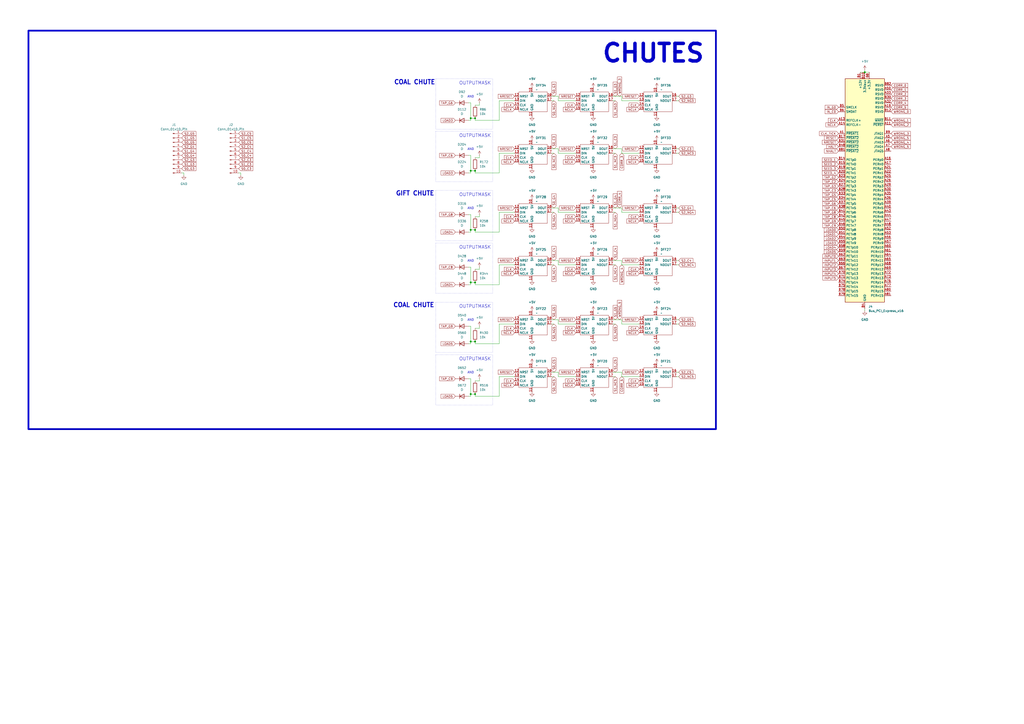
<source format=kicad_sch>
(kicad_sch (version 20250114) (generator "eeschema") (generator_version "9.0")
  (paper "A2")
  (title_block (title "Santa's Microfactory - Chutes PCB 2") (company "Logan Peterson"))
  (rectangle (start 252.73 45.72) (end 285.75 74.93) (stroke (width 0) (type dot)))
  (rectangle (start 252.73 140.97) (end 285.75 170.18) (stroke (width 0) (type dot)))
  (rectangle (start 16.51 17.78) (end 415.29 248.92) (stroke (width 1.016)))
  (rectangle (start 252.73 76.2) (end 285.75 105.41) (stroke (width 0) (type dot)))
  (rectangle (start 252.73 175.26) (end 285.75 204.47) (stroke (width 0) (type dot)))
  (rectangle (start 252.73 205.74) (end 285.75 234.95) (stroke (width 0) (type dot)))
  (rectangle (start 252.73 110.49) (end 285.75 139.7) (stroke (width 0) (type dot)))
  (text "OUTPUTMASK" (at 275.59 48.26 0) (effects (font (size 1.905 1.905))))
  (text "AND" (at 273.05 56.134 0) (effects (font (size 1.27 1.27))))
  (text "OUTPUTMASK" (at 275.59 78.74 0) (effects (font (size 1.905 1.905))))
  (text "OUTPUTMASK" (at 275.59 113.03 0) (effects (font (size 1.905 1.905))))
  (text "OUTPUTMASK" (at 275.59 143.51 0) (effects (font (size 1.905 1.905))))
  (text "AND" (at 273.05 86.614 0) (effects (font (size 1.27 1.27))))
  (text "OUTPUTMASK" (at 275.59 177.8 0) (effects (font (size 1.905 1.905))))
  (text "AND" (at 273.05 216.154 0) (effects (font (size 1.27 1.27))))
  (text "AND" (at 273.05 185.674 0) (effects (font (size 1.27 1.27))))
  (text "COAL CHUTE" (at 240.538 47.752 0) (effects (font (size 2.54 2.54) (thickness 0.508) (bold yes))))
  (text "AND" (at 273.05 151.384 0) (effects (font (size 1.27 1.27))))
  (text "COAL CHUTE" (at 240.03 177.038 0) (effects (font (size 2.54 2.54) (thickness 0.508) (bold yes))))
  (text "AND" (at 273.05 120.904 0) (effects (font (size 1.27 1.27))))
  (text "GIFT CHUTE" (at 240.792 112.268 0) (effects (font (size 2.54 2.54) (thickness 0.508) (bold yes))))
  (text "CHUTES" (at 378.968 30.988 0) (effects (font (size 10.16 10.16) (thickness 2.032) (bold yes))))
  (text "OUTPUTMASK" (at 275.59 208.28 0) (effects (font (size 1.905 1.905))))
  (junction (at 275.59 163.83))
  (junction (at 273.05 99.06))
  (junction (at 273.05 228.6))
  (junction (at 275.59 198.12))
  (junction (at 275.59 228.6))
  (junction (at 275.59 133.35))
  (junction (at 273.05 198.12))
  (junction (at 501.65 41.91))
  (junction (at 275.59 99.06))
  (junction (at 273.05 163.83))
  (junction (at 273.05 68.58))
  (junction (at 273.05 133.35))
  (junction (at 275.59 68.58))
  (wire (pts (xy 360.68 55.88) (xy 360.68 58.42)))
  (wire (pts (xy 360.68 58.42) (xy 370.84 58.42)))
  (wire (pts (xy 271.78 69.85) (xy 273.05 69.85)))
  (wire (pts (xy 323.85 153.67) (xy 334.01 153.67)))
  (wire (pts (xy 323.85 218.44) (xy 334.01 218.44)))
  (wire (pts (xy 273.05 133.35) (xy 275.59 133.35)))
  (wire (pts (xy 320.04 151.13) (xy 323.85 151.13)))
  (wire (pts (xy 275.59 198.12) (xy 275.59 199.39)))
  (wire (pts (xy 273.05 68.58) (xy 275.59 68.58)))
  (wire (pts (xy 360.68 120.65) (xy 360.68 123.19)))
  (wire (pts (xy 273.05 228.6) (xy 275.59 228.6)))
  (wire (pts (xy 275.59 125.73) (xy 278.13 125.73)))
  (wire (pts (xy 273.05 219.71) (xy 273.05 228.6)))
  (wire (pts (xy 356.87 218.44) (xy 355.6 218.44)))
  (wire (pts (xy 275.59 229.87) (xy 275.59 228.6)))
  (wire (pts (xy 275.59 190.5) (xy 278.13 190.5)))
  (wire (pts (xy 275.59 68.58) (xy 275.59 69.85)))
  (wire (pts (xy 273.05 90.17) (xy 271.78 90.17)))
  (wire (pts (xy 289.56 134.62) (xy 289.56 123.19)))
  (wire (pts (xy 289.56 153.67) (xy 298.45 153.67)))
  (wire (pts (xy 360.68 187.96) (xy 370.84 187.96)))
  (wire (pts (xy 355.6 215.9) (xy 360.68 215.9)))
  (wire (pts (xy 106.68 100.33) (xy 105.41 100.33)))
  (wire (pts (xy 275.59 60.96) (xy 278.13 60.96)))
  (wire (pts (xy 139.7 100.33) (xy 138.43 100.33)))
  (wire (pts (xy 289.56 69.85) (xy 289.56 58.42)))
  (wire (pts (xy 275.59 134.62) (xy 289.56 134.62)))
  (wire (pts (xy 273.05 189.23) (xy 271.78 189.23)))
  (wire (pts (xy 360.68 123.19) (xy 370.84 123.19)))
  (wire (pts (xy 273.05 198.12) (xy 275.59 198.12)))
  (wire (pts (xy 393.7 187.96) (xy 392.43 187.96)))
  (wire (pts (xy 323.85 215.9) (xy 323.85 218.44)))
  (wire (pts (xy 271.78 199.39) (xy 273.05 199.39)))
  (wire (pts (xy 289.56 218.44) (xy 298.45 218.44)))
  (wire (pts (xy 289.56 88.9) (xy 298.45 88.9)))
  (wire (pts (xy 321.31 187.96) (xy 320.04 187.96)))
  (wire (pts (xy 321.31 58.42) (xy 320.04 58.42)))
  (wire (pts (xy 273.05 133.35) (xy 273.05 134.62)))
  (wire (pts (xy 278.13 220.98) (xy 278.13 219.71)))
  (wire (pts (xy 275.59 100.33) (xy 275.59 99.06)))
  (wire (pts (xy 355.6 151.13) (xy 360.68 151.13)))
  (wire (pts (xy 323.85 187.96) (xy 334.01 187.96)))
  (wire (pts (xy 273.05 59.69) (xy 273.05 68.58)))
  (wire (pts (xy 275.59 165.1) (xy 275.59 163.83)))
  (wire (pts (xy 275.59 91.44) (xy 278.13 91.44)))
  (wire (pts (xy 273.05 228.6) (xy 273.05 229.87)))
  (wire (pts (xy 275.59 133.35) (xy 275.59 134.62)))
  (wire (pts (xy 356.87 187.96) (xy 355.6 187.96)))
  (wire (pts (xy 323.85 55.88) (xy 323.85 58.42)))
  (wire (pts (xy 275.59 165.1) (xy 289.56 165.1)))
  (wire (pts (xy 355.6 55.88) (xy 360.68 55.88)))
  (wire (pts (xy 355.6 120.65) (xy 360.68 120.65)))
  (wire (pts (xy 501.65 40.64) (xy 501.65 41.91)))
  (wire (pts (xy 393.7 88.9) (xy 392.43 88.9)))
  (wire (pts (xy 278.13 156.21) (xy 278.13 154.94)))
  (wire (pts (xy 360.68 153.67) (xy 370.84 153.67)))
  (wire (pts (xy 356.87 88.9) (xy 355.6 88.9)))
  (wire (pts (xy 289.56 100.33) (xy 289.56 88.9)))
  (wire (pts (xy 275.59 69.85) (xy 289.56 69.85)))
  (wire (pts (xy 278.13 91.44) (xy 278.13 90.17)))
  (wire (pts (xy 275.59 229.87) (xy 289.56 229.87)))
  (wire (pts (xy 289.56 229.87) (xy 289.56 218.44)))
  (wire (pts (xy 289.56 187.96) (xy 298.45 187.96)))
  (wire (pts (xy 278.13 190.5) (xy 278.13 189.23)))
  (wire (pts (xy 360.68 218.44) (xy 370.84 218.44)))
  (wire (pts (xy 320.04 120.65) (xy 323.85 120.65)))
  (wire (pts (xy 320.04 55.88) (xy 323.85 55.88)))
  (wire (pts (xy 273.05 219.71) (xy 271.78 219.71)))
  (wire (pts (xy 275.59 100.33) (xy 289.56 100.33)))
  (wire (pts (xy 392.43 185.42) (xy 393.7 185.42)))
  (wire (pts (xy 320.04 185.42) (xy 323.85 185.42)))
  (wire (pts (xy 360.68 86.36) (xy 360.68 88.9)))
  (wire (pts (xy 271.78 229.87) (xy 273.05 229.87)))
  (wire (pts (xy 273.05 189.23) (xy 273.05 198.12)))
  (wire (pts (xy 392.43 55.88) (xy 393.7 55.88)))
  (wire (pts (xy 273.05 163.83) (xy 273.05 165.1)))
  (wire (pts (xy 355.6 86.36) (xy 360.68 86.36)))
  (wire (pts (xy 275.59 199.39) (xy 289.56 199.39)))
  (wire (pts (xy 501.65 41.91) (xy 499.11 41.91)))
  (wire (pts (xy 273.05 99.06) (xy 273.05 100.33)))
  (wire (pts (xy 356.87 58.42) (xy 355.6 58.42)))
  (wire (pts (xy 323.85 58.42) (xy 334.01 58.42)))
  (wire (pts (xy 273.05 198.12) (xy 273.05 199.39)))
  (wire (pts (xy 275.59 220.98) (xy 278.13 220.98)))
  (wire (pts (xy 271.78 134.62) (xy 273.05 134.62)))
  (wire (pts (xy 323.85 151.13) (xy 323.85 153.67)))
  (wire (pts (xy 320.04 215.9) (xy 323.85 215.9)))
  (wire (pts (xy 393.7 58.42) (xy 392.43 58.42)))
  (wire (pts (xy 392.43 215.9) (xy 393.7 215.9)))
  (wire (pts (xy 273.05 99.06) (xy 275.59 99.06)))
  (wire (pts (xy 360.68 88.9) (xy 370.84 88.9)))
  (wire (pts (xy 323.85 123.19) (xy 334.01 123.19)))
  (wire (pts (xy 273.05 124.46) (xy 273.05 133.35)))
  (wire (pts (xy 273.05 154.94) (xy 273.05 163.83)))
  (wire (pts (xy 360.68 215.9) (xy 360.68 218.44)))
  (wire (pts (xy 323.85 185.42) (xy 323.85 187.96)))
  (wire (pts (xy 289.56 123.19) (xy 298.45 123.19)))
  (wire (pts (xy 273.05 163.83) (xy 275.59 163.83)))
  (wire (pts (xy 321.31 218.44) (xy 320.04 218.44)))
  (wire (pts (xy 321.31 88.9) (xy 320.04 88.9)))
  (wire (pts (xy 289.56 199.39) (xy 289.56 187.96)))
  (wire (pts (xy 273.05 90.17) (xy 273.05 99.06)))
  (wire (pts (xy 278.13 125.73) (xy 278.13 124.46)))
  (wire (pts (xy 320.04 86.36) (xy 323.85 86.36)))
  (wire (pts (xy 501.65 41.91) (xy 504.19 41.91)))
  (wire (pts (xy 392.43 120.65) (xy 393.7 120.65)))
  (wire (pts (xy 106.68 101.6) (xy 106.68 100.33)))
  (wire (pts (xy 323.85 88.9) (xy 334.01 88.9)))
  (wire (pts (xy 289.56 58.42) (xy 298.45 58.42)))
  (wire (pts (xy 273.05 154.94) (xy 271.78 154.94)))
  (wire (pts (xy 355.6 185.42) (xy 360.68 185.42)))
  (wire (pts (xy 139.7 101.6) (xy 139.7 100.33)))
  (wire (pts (xy 273.05 59.69) (xy 271.78 59.69)))
  (wire (pts (xy 360.68 151.13) (xy 360.68 153.67)))
  (wire (pts (xy 273.05 124.46) (xy 271.78 124.46)))
  (wire (pts (xy 271.78 165.1) (xy 273.05 165.1)))
  (wire (pts (xy 321.31 153.67) (xy 320.04 153.67)))
  (wire (pts (xy 271.78 100.33) (xy 273.05 100.33)))
  (wire (pts (xy 501.65 180.34) (xy 501.65 179.07)))
  (wire (pts (xy 356.87 123.19) (xy 355.6 123.19)))
  (wire (pts (xy 360.68 185.42) (xy 360.68 187.96)))
  (wire (pts (xy 393.7 153.67) (xy 392.43 153.67)))
  (wire (pts (xy 356.87 153.67) (xy 355.6 153.67)))
  (wire (pts (xy 275.59 156.21) (xy 278.13 156.21)))
  (wire (pts (xy 392.43 151.13) (xy 393.7 151.13)))
  (wire (pts (xy 392.43 86.36) (xy 393.7 86.36)))
  (wire (pts (xy 323.85 86.36) (xy 323.85 88.9)))
  (wire (pts (xy 273.05 68.58) (xy 273.05 69.85)))
  (wire (pts (xy 323.85 120.65) (xy 323.85 123.19)))
  (wire (pts (xy 393.7 123.19) (xy 392.43 123.19)))
  (wire (pts (xy 393.7 218.44) (xy 392.43 218.44)))
  (wire (pts (xy 321.31 123.19) (xy 320.04 123.19)))
  (wire (pts (xy 278.13 60.96) (xy 278.13 59.69)))
  (wire (pts (xy 289.56 165.1) (xy 289.56 153.67)))
  (global_label "TAP_G9" (shape input) (at 264.16 189.23 180) (property "Intersheetrefs" "${INTERSHEET_REFS}" (effects (hide yes))))
  (global_label "NCLK" (shape input) (at 298.45 223.52 180) (property "Intersheetrefs" "${INTERSHEET_REFS}" (effects (hide yes))))
  (global_label "NRESET" (shape input) (at 334.01 86.36 180) (property "Intersheetrefs" "${INTERSHEET_REFS}" (effects (hide yes))))
  (global_label "NCLK" (shape input) (at 334.01 93.98 180) (property "Intersheetrefs" "${INTERSHEET_REFS}" (effects (hide yes))))
  (global_label "CLK" (shape input) (at 298.45 190.5 180) (property "Intersheetrefs" "${INTERSHEET_REFS}" (effects (hide yes))))
  (global_label "NCLK" (shape input) (at 334.01 128.27 180) (property "Intersheetrefs" "${INTERSHEET_REFS}" (effects (hide yes))))
  (global_label "NRESET" (shape input) (at 334.01 151.13 180) (property "Intersheetrefs" "${INTERSHEET_REFS}" (effects (hide yes))))
  (global_label "INPUT0" (shape input) (at 486.41 148.59 180) (property "Intersheetrefs" "${INTERSHEET_REFS}" (effects (hide yes))))
  (global_label "INPUT1" (shape input) (at 486.41 151.13 180) (property "Intersheetrefs" "${INTERSHEET_REFS}" (effects (hide yes))))
  (global_label "S2_NG3" (shape input) (at 393.7 58.42 0) (property "Intersheetrefs" "${INTERSHEET_REFS}" (effects (hide yes))))
  (global_label "TAP_G3" (shape input) (at 486.41 107.95 180) (property "Intersheetrefs" "${INTERSHEET_REFS}" (effects (hide yes))))
  (global_label "LOAD3" (shape input) (at 264.16 100.33 180) (property "Intersheetrefs" "${INTERSHEET_REFS}" (effects (hide yes))))
  (global_label "TAP_C2" (shape input) (at 486.41 105.41 180) (property "Intersheetrefs" "${INTERSHEET_REFS}" (effects (hide yes))))
  (global_label "TAP_C5" (shape input) (at 486.41 115.57 180) (property "Intersheetrefs" "${INTERSHEET_REFS}" (effects (hide yes))))
  (global_label "LOAD5" (shape input) (at 264.16 199.39 180) (property "Intersheetrefs" "${INTERSHEET_REFS}" (effects (hide yes))))
  (global_label "IN_G0" (shape input) (at 486.41 62.23 180) (property "Intersheetrefs" "${INTERSHEET_REFS}" (effects (hide yes))))
  (global_label "NCLK" (shape input) (at 334.01 158.75 180) (property "Intersheetrefs" "${INTERSHEET_REFS}" (effects (hide yes))))
  (global_label "LOAD4" (shape input) (at 486.41 143.51 180) (property "Intersheetrefs" "${INTERSHEET_REFS}" (effects (hide yes))))
  (global_label "TAP_G2" (shape input) (at 486.41 102.87 180) (property "Intersheetrefs" "${INTERSHEET_REFS}" (effects (hide yes))))
  (global_label "S2_C5" (shape input) (at 138.43 77.47 0) (property "Intersheetrefs" "${INTERSHEET_REFS}" (effects (hide yes))))
  (global_label "S2_NC3" (shape input) (at 393.7 88.9 0) (property "Intersheetrefs" "${INTERSHEET_REFS}" (effects (hide yes))))
  (global_label "NCLK" (shape input) (at 486.41 72.39 180) (property "Intersheetrefs" "${INTERSHEET_REFS}" (effects (hide yes))))
  (global_label "S1_G3" (shape input) (at 105.41 95.25 0) (property "Intersheetrefs" "${INTERSHEET_REFS}" (effects (hide yes))))
  (global_label "NRESET" (shape input) (at 370.84 86.36 180) (property "Intersheetrefs" "${INTERSHEET_REFS}" (effects (hide yes))))
  (global_label "S2_G5" (shape input) (at 393.7 185.42 0) (property "Intersheetrefs" "${INTERSHEET_REFS}" (effects (hide yes))))
  (global_label "NCLK" (shape input) (at 370.84 63.5 180) (property "Intersheetrefs" "${INTERSHEET_REFS}" (effects (hide yes))))
  (global_label "NRESET" (shape input) (at 486.41 82.55 180) (property "Intersheetrefs" "${INTERSHEET_REFS}" (effects (hide yes))))
  (global_label "NRESET" (shape input) (at 298.45 215.9 180) (property "Intersheetrefs" "${INTERSHEET_REFS}" (effects (hide yes))))
  (global_label "NCLK" (shape input) (at 334.01 63.5 180) (property "Intersheetrefs" "${INTERSHEET_REFS}" (effects (hide yes))))
  (global_label "WRONG_3" (shape input) (at 359.41 55.88 90) (property "Intersheetrefs" "${INTERSHEET_REFS}" (effects (hide yes))))
  (global_label "TAP_C6" (shape input) (at 264.16 90.17 180) (property "Intersheetrefs" "${INTERSHEET_REFS}" (effects (hide yes))))
  (global_label "WRONG_4" (shape input) (at 516.89 82.55 0) (property "Intersheetrefs" "${INTERSHEET_REFS}" (effects (hide yes))))
  (global_label "CORR_4" (shape input) (at 359.41 120.65 90) (property "Intersheetrefs" "${INTERSHEET_REFS}" (effects (hide yes))))
  (global_label "S1_C4" (shape input) (at 356.87 151.13 90) (property "Intersheetrefs" "${INTERSHEET_REFS}" (effects (hide yes))))
  (global_label "CLK" (shape input) (at 370.84 60.96 180) (property "Intersheetrefs" "${INTERSHEET_REFS}" (effects (hide yes))))
  (global_label "LOAD4" (shape input) (at 264.16 165.1 180) (property "Intersheetrefs" "${INTERSHEET_REFS}" (effects (hide yes))))
  (global_label "CLK" (shape input) (at 370.84 125.73 180) (property "Intersheetrefs" "${INTERSHEET_REFS}" (effects (hide yes))))
  (global_label "TAP_C8" (shape input) (at 264.16 154.94 180) (property "Intersheetrefs" "${INTERSHEET_REFS}" (effects (hide yes))))
  (global_label "S2_C5" (shape input) (at 393.7 215.9 0) (property "Intersheetrefs" "${INTERSHEET_REFS}" (effects (hide yes))))
  (global_label "SEED_4" (shape input) (at 486.41 100.33 180) (property "Intersheetrefs" "${INTERSHEET_REFS}" (effects (hide yes))))
  (global_label "S0_NC3" (shape input) (at 321.31 88.9 270) (property "Intersheetrefs" "${INTERSHEET_REFS}" (effects (hide yes))))
  (global_label "CORR_2" (shape input) (at 516.89 54.61 0) (property "Intersheetrefs" "${INTERSHEET_REFS}" (effects (hide yes))))
  (global_label "S2_C3" (shape input) (at 393.7 86.36 0) (property "Intersheetrefs" "${INTERSHEET_REFS}" (effects (hide yes))))
  (global_label "WRONG_3" (shape input) (at 516.89 77.47 0) (property "Intersheetrefs" "${INTERSHEET_REFS}" (effects (hide yes))))
  (global_label "INPUT3" (shape input) (at 486.41 156.21 180) (property "Intersheetrefs" "${INTERSHEET_REFS}" (effects (hide yes))))
  (global_label "S2_G4" (shape input) (at 393.7 120.65 0) (property "Intersheetrefs" "${INTERSHEET_REFS}" (effects (hide yes))))
  (global_label "S2_NG5" (shape input) (at 393.7 187.96 0) (property "Intersheetrefs" "${INTERSHEET_REFS}" (effects (hide yes))))
  (global_label "INPUT2" (shape input) (at 486.41 153.67 180) (property "Intersheetrefs" "${INTERSHEET_REFS}" (effects (hide yes))))
  (global_label "S0_C5" (shape input) (at 138.43 82.55 0) (property "Intersheetrefs" "${INTERSHEET_REFS}" (effects (hide yes))))
  (global_label "S1_G5" (shape input) (at 105.41 80.01 0) (property "Intersheetrefs" "${INTERSHEET_REFS}" (effects (hide yes))))
  (global_label "S2_NC4" (shape input) (at 393.7 153.67 0) (property "Intersheetrefs" "${INTERSHEET_REFS}" (effects (hide yes))))
  (global_label "CLK" (shape input) (at 370.84 91.44 180) (property "Intersheetrefs" "${INTERSHEET_REFS}" (effects (hide yes))))
  (global_label "NCLK" (shape input) (at 298.45 193.04 180) (property "Intersheetrefs" "${INTERSHEET_REFS}" (effects (hide yes))))
  (global_label "S0_C4" (shape input) (at 321.31 151.13 90) (property "Intersheetrefs" "${INTERSHEET_REFS}" (effects (hide yes))))
  (global_label "CLK" (shape input) (at 298.45 60.96 180) (property "Intersheetrefs" "${INTERSHEET_REFS}" (effects (hide yes))))
  (global_label "LOAD1" (shape input) (at 486.41 135.89 180) (property "Intersheetrefs" "${INTERSHEET_REFS}" (effects (hide yes))))
  (global_label "NRESET" (shape input) (at 370.84 55.88 180) (property "Intersheetrefs" "${INTERSHEET_REFS}" (effects (hide yes))))
  (global_label "S1_NG4" (shape input) (at 356.87 123.19 270) (property "Intersheetrefs" "${INTERSHEET_REFS}" (effects (hide yes))))
  (global_label "S0_C5" (shape input) (at 321.31 215.9 90) (property "Intersheetrefs" "${INTERSHEET_REFS}" (effects (hide yes))))
  (global_label "LOAD4" (shape input) (at 264.16 134.62 180) (property "Intersheetrefs" "${INTERSHEET_REFS}" (effects (hide yes))))
  (global_label "LOAD5" (shape input) (at 264.16 229.87 180) (property "Intersheetrefs" "${INTERSHEET_REFS}" (effects (hide yes))))
  (global_label "S1_NC3" (shape input) (at 356.87 88.9 270) (property "Intersheetrefs" "${INTERSHEET_REFS}" (effects (hide yes))))
  (global_label "CLK" (shape input) (at 298.45 220.98 180) (property "Intersheetrefs" "${INTERSHEET_REFS}" (effects (hide yes))))
  (global_label "NRESET" (shape input) (at 298.45 185.42 180) (property "Intersheetrefs" "${INTERSHEET_REFS}" (effects (hide yes))))
  (global_label "CLK" (shape input) (at 298.45 125.73 180) (property "Intersheetrefs" "${INTERSHEET_REFS}" (effects (hide yes))))
  (global_label "S0_NG3" (shape input) (at 321.31 58.42 270) (property "Intersheetrefs" "${INTERSHEET_REFS}" (effects (hide yes))))
  (global_label "CORR_5" (shape input) (at 360.68 218.44 270) (property "Intersheetrefs" "${INTERSHEET_REFS}" (effects (hide yes))))
  (global_label "S2_NG4" (shape input) (at 393.7 123.19 0) (property "Intersheetrefs" "${INTERSHEET_REFS}" (effects (hide yes))))
  (global_label "NCLK" (shape input) (at 370.84 223.52 180) (property "Intersheetrefs" "${INTERSHEET_REFS}" (effects (hide yes))))
  (global_label "S0_C4" (shape input) (at 138.43 90.17 0) (property "Intersheetrefs" "${INTERSHEET_REFS}" (effects (hide yes))))
  (global_label "S0_G5" (shape input) (at 105.41 82.55 0) (property "Intersheetrefs" "${INTERSHEET_REFS}" (effects (hide yes))))
  (global_label "S1_NC4" (shape input) (at 356.87 153.67 270) (property "Intersheetrefs" "${INTERSHEET_REFS}" (effects (hide yes))))
  (global_label "SEED_2" (shape input) (at 486.41 95.25 180) (property "Intersheetrefs" "${INTERSHEET_REFS}" (effects (hide yes))))
  (global_label "S2_G5" (shape input) (at 105.41 77.47 0) (property "Intersheetrefs" "${INTERSHEET_REFS}" (effects (hide yes))))
  (global_label "S1_NC5" (shape input) (at 356.87 218.44 270) (property "Intersheetrefs" "${INTERSHEET_REFS}" (effects (hide yes))))
  (global_label "NCLK" (shape input) (at 298.45 93.98 180) (property "Intersheetrefs" "${INTERSHEET_REFS}" (effects (hide yes))))
  (global_label "WRONG_5" (shape input) (at 516.89 80.01 0) (property "Intersheetrefs" "${INTERSHEET_REFS}" (effects (hide yes))))
  (global_label "CORR_5" (shape input) (at 516.89 62.23 0) (property "Intersheetrefs" "${INTERSHEET_REFS}" (effects (hide yes))))
  (global_label "NRESET" (shape input) (at 370.84 215.9 180) (property "Intersheetrefs" "${INTERSHEET_REFS}" (effects (hide yes))))
  (global_label "S1_G5" (shape input) (at 356.87 185.42 90) (property "Intersheetrefs" "${INTERSHEET_REFS}" (effects (hide yes))))
  (global_label "S2_G3" (shape input) (at 393.7 55.88 0) (property "Intersheetrefs" "${INTERSHEET_REFS}" (effects (hide yes))))
  (global_label "NRESET" (shape input) (at 298.45 55.88 180) (property "Intersheetrefs" "${INTERSHEET_REFS}" (effects (hide yes))))
  (global_label "WRONG_5" (shape input) (at 516.89 85.09 0) (property "Intersheetrefs" "${INTERSHEET_REFS}" (effects (hide yes))))
  (global_label "S0_G3" (shape input) (at 321.31 55.88 90) (property "Intersheetrefs" "${INTERSHEET_REFS}" (effects (hide yes))))
  (global_label "NCLK" (shape input) (at 298.45 63.5 180) (property "Intersheetrefs" "${INTERSHEET_REFS}" (effects (hide yes))))
  (global_label "S1_G4" (shape input) (at 356.87 120.65 90) (property "Intersheetrefs" "${INTERSHEET_REFS}" (effects (hide yes))))
  (global_label "SEED_1" (shape input) (at 486.41 92.71 180) (property "Intersheetrefs" "${INTERSHEET_REFS}" (effects (hide yes))))
  (global_label "S2_G3" (shape input) (at 105.41 92.71 0) (property "Intersheetrefs" "${INTERSHEET_REFS}" (effects (hide yes))))
  (global_label "CLK" (shape input) (at 298.45 91.44 180) (property "Intersheetrefs" "${INTERSHEET_REFS}" (effects (hide yes))))
  (global_label "CORR_1" (shape input) (at 516.89 52.07 0) (property "Intersheetrefs" "${INTERSHEET_REFS}" (effects (hide yes))))
  (global_label "RESET" (shape input) (at 486.41 80.01 180) (property "Intersheetrefs" "${INTERSHEET_REFS}" (effects (hide yes))))
  (global_label "NRESET" (shape input) (at 334.01 215.9 180) (property "Intersheetrefs" "${INTERSHEET_REFS}" (effects (hide yes))))
  (global_label "SEED_3" (shape input) (at 486.41 97.79 180) (property "Intersheetrefs" "${INTERSHEET_REFS}" (effects (hide yes))))
  (global_label "CLK" (shape input) (at 334.01 125.73 180) (property "Intersheetrefs" "${INTERSHEET_REFS}" (effects (hide yes))))
  (global_label "TAP_G8" (shape input) (at 486.41 123.19 180) (property "Intersheetrefs" "${INTERSHEET_REFS}" (effects (hide yes))))
  (global_label "NCLK" (shape input) (at 298.45 158.75 180) (property "Intersheetrefs" "${INTERSHEET_REFS}" (effects (hide yes))))
  (global_label "CLK" (shape input) (at 334.01 190.5 180) (property "Intersheetrefs" "${INTERSHEET_REFS}" (effects (hide yes))))
  (global_label "NRESET" (shape input) (at 370.84 151.13 180) (property "Intersheetrefs" "${INTERSHEET_REFS}" (effects (hide yes))))
  (global_label "WRONG_1" (shape input) (at 516.89 69.85 0) (property "Intersheetrefs" "${INTERSHEET_REFS}" (effects (hide yes))))
  (global_label "CLK" (shape input) (at 298.45 156.21 180) (property "Intersheetrefs" "${INTERSHEET_REFS}" (effects (hide yes))))
  (global_label "NCLK" (shape input) (at 334.01 223.52 180) (property "Intersheetrefs" "${INTERSHEET_REFS}" (effects (hide yes))))
  (global_label "S1_C5" (shape input) (at 356.87 215.9 90) (property "Intersheetrefs" "${INTERSHEET_REFS}" (effects (hide yes))))
  (global_label "NCLK" (shape input) (at 334.01 193.04 180) (property "Intersheetrefs" "${INTERSHEET_REFS}" (effects (hide yes))))
  (global_label "LOAD2" (shape input) (at 486.41 138.43 180) (property "Intersheetrefs" "${INTERSHEET_REFS}" (effects (hide yes))))
  (global_label "LOAD3" (shape input) (at 264.16 69.85 180) (property "Intersheetrefs" "${INTERSHEET_REFS}" (effects (hide yes))))
  (global_label "LOAD0" (shape input) (at 486.41 133.35 180) (property "Intersheetrefs" "${INTERSHEET_REFS}" (effects (hide yes))))
  (global_label "NRESET" (shape input) (at 298.45 151.13 180) (property "Intersheetrefs" "${INTERSHEET_REFS}" (effects (hide yes))))
  (global_label "S1_NG3" (shape input) (at 356.87 58.42 270) (property "Intersheetrefs" "${INTERSHEET_REFS}" (effects (hide yes))))
  (global_label "S1_G3" (shape input) (at 356.87 55.88 90) (property "Intersheetrefs" "${INTERSHEET_REFS}" (effects (hide yes))))
  (global_label "NRESET" (shape input) (at 370.84 185.42 180) (property "Intersheetrefs" "${INTERSHEET_REFS}" (effects (hide yes))))
  (global_label "S2_G4" (shape input) (at 105.41 85.09 0) (property "Intersheetrefs" "${INTERSHEET_REFS}" (effects (hide yes))))
  (global_label "CLK" (shape input) (at 370.84 220.98 180) (property "Intersheetrefs" "${INTERSHEET_REFS}" (effects (hide yes))))
  (global_label "CORR_4" (shape input) (at 516.89 59.69 0) (property "Intersheetrefs" "${INTERSHEET_REFS}" (effects (hide yes))))
  (global_label "TAP_C9" (shape input) (at 486.41 130.81 180) (property "Intersheetrefs" "${INTERSHEET_REFS}" (effects (hide yes))))
  (global_label "S0_C3" (shape input) (at 321.31 86.36 90) (property "Intersheetrefs" "${INTERSHEET_REFS}" (effects (hide yes))))
  (global_label "CLK" (shape input) (at 370.84 156.21 180) (property "Intersheetrefs" "${INTERSHEET_REFS}" (effects (hide yes))))
  (global_label "HALT" (shape input) (at 486.41 85.09 180) (property "Intersheetrefs" "${INTERSHEET_REFS}" (effects (hide yes))))
  (global_label "TAP_C9" (shape input) (at 264.16 219.71 180) (property "Intersheetrefs" "${INTERSHEET_REFS}" (effects (hide yes))))
  (global_label "NRESET" (shape input) (at 298.45 120.65 180) (property "Intersheetrefs" "${INTERSHEET_REFS}" (effects (hide yes))))
  (global_label "S0_G5" (shape input) (at 321.31 185.42 90) (property "Intersheetrefs" "${INTERSHEET_REFS}" (effects (hide yes))))
  (global_label "CLK" (shape input) (at 486.41 69.85 180) (property "Intersheetrefs" "${INTERSHEET_REFS}" (effects (hide yes))))
  (global_label "WRONG_5" (shape input) (at 359.41 185.42 90) (property "Intersheetrefs" "${INTERSHEET_REFS}" (effects (hide yes))))
  (global_label "CORR_3" (shape input) (at 516.89 57.15 0) (property "Intersheetrefs" "${INTERSHEET_REFS}" (effects (hide yes))))
  (global_label "NRESET" (shape input) (at 298.45 86.36 180) (property "Intersheetrefs" "${INTERSHEET_REFS}" (effects (hide yes))))
  (global_label "S2_C4" (shape input) (at 138.43 85.09 0) (property "Intersheetrefs" "${INTERSHEET_REFS}" (effects (hide yes))))
  (global_label "IN_C0" (shape input) (at 486.41 64.77 180) (property "Intersheetrefs" "${INTERSHEET_REFS}" (effects (hide yes))))
  (global_label "S0_G3" (shape input) (at 105.41 97.79 0) (property "Intersheetrefs" "${INTERSHEET_REFS}" (effects (hide yes))))
  (global_label "CORR_0" (shape input) (at 516.89 49.53 0) (property "Intersheetrefs" "${INTERSHEET_REFS}" (effects (hide yes))))
  (global_label "TAP_G6" (shape input) (at 486.41 118.11 180) (property "Intersheetrefs" "${INTERSHEET_REFS}" (effects (hide yes))))
  (global_label "S1_NG5" (shape input) (at 356.87 187.96 270) (property "Intersheetrefs" "${INTERSHEET_REFS}" (effects (hide yes))))
  (global_label "CORR_3" (shape input) (at 360.68 88.9 270) (property "Intersheetrefs" "${INTERSHEET_REFS}" (effects (hide yes))))
  (global_label "S0_NG5" (shape input) (at 321.31 187.96 270) (property "Intersheetrefs" "${INTERSHEET_REFS}" (effects (hide yes))))
  (global_label "LOAD3" (shape input) (at 486.41 140.97 180) (property "Intersheetrefs" "${INTERSHEET_REFS}" (effects (hide yes))))
  (global_label "S0_G4" (shape input) (at 105.41 90.17 0) (property "Intersheetrefs" "${INTERSHEET_REFS}" (effects (hide yes))))
  (global_label "TAP_C3" (shape input) (at 486.41 110.49 180) (property "Intersheetrefs" "${INTERSHEET_REFS}" (effects (hide yes))))
  (global_label "NRESET" (shape input) (at 334.01 185.42 180) (property "Intersheetrefs" "${INTERSHEET_REFS}" (effects (hide yes))))
  (global_label "S1_G4" (shape input) (at 105.41 87.63 0) (property "Intersheetrefs" "${INTERSHEET_REFS}" (effects (hide yes))))
  (global_label "NHALT" (shape input) (at 486.41 87.63 180) (property "Intersheetrefs" "${INTERSHEET_REFS}" (effects (hide yes))))
  (global_label "NRESET" (shape input) (at 334.01 55.88 180) (property "Intersheetrefs" "${INTERSHEET_REFS}" (effects (hide yes))))
  (global_label "S2_C3" (shape input) (at 138.43 92.71 0) (property "Intersheetrefs" "${INTERSHEET_REFS}" (effects (hide yes))))
  (global_label "WRONG_4" (shape input) (at 360.68 153.67 270) (property "Intersheetrefs" "${INTERSHEET_REFS}" (effects (hide yes))))
  (global_label "S1_C4" (shape input) (at 138.43 87.63 0) (property "Intersheetrefs" "${INTERSHEET_REFS}" (effects (hide yes))))
  (global_label "TAP_G8" (shape input) (at 264.16 124.46 180) (property "Intersheetrefs" "${INTERSHEET_REFS}" (effects (hide yes))))
  (global_label "LOAD5" (shape input) (at 486.41 146.05 180) (property "Intersheetrefs" "${INTERSHEET_REFS}" (effects (hide yes))))
  (global_label "WRONG_2" (shape input) (at 516.89 72.39 0) (property "Intersheetrefs" "${INTERSHEET_REFS}" (effects (hide yes))))
  (global_label "CLK" (shape input) (at 334.01 60.96 180) (property "Intersheetrefs" "${INTERSHEET_REFS}" (effects (hide yes))))
  (global_label "S0_NC4" (shape input) (at 321.31 153.67 270) (property "Intersheetrefs" "${INTERSHEET_REFS}" (effects (hide yes))))
  (global_label "S1_C3" (shape input) (at 138.43 95.25 0) (property "Intersheetrefs" "${INTERSHEET_REFS}" (effects (hide yes))))
  (global_label "CLK" (shape input) (at 370.84 190.5 180) (property "Intersheetrefs" "${INTERSHEET_REFS}" (effects (hide yes))))
  (global_label "WRONG_0" (shape input) (at 516.89 64.77 0) (property "Intersheetrefs" "${INTERSHEET_REFS}" (effects (hide yes))))
  (global_label "NCLK" (shape input) (at 370.84 128.27 180) (property "Intersheetrefs" "${INTERSHEET_REFS}" (effects (hide yes))))
  (global_label "CLK" (shape input) (at 334.01 156.21 180) (property "Intersheetrefs" "${INTERSHEET_REFS}" (effects (hide yes))))
  (global_label "NRESET" (shape input) (at 370.84 120.65 180) (property "Intersheetrefs" "${INTERSHEET_REFS}" (effects (hide yes))))
  (global_label "TAP_G9" (shape input) (at 486.41 128.27 180) (property "Intersheetrefs" "${INTERSHEET_REFS}" (effects (hide yes))))
  (global_label "NCLK" (shape input) (at 370.84 193.04 180) (property "Intersheetrefs" "${INTERSHEET_REFS}" (effects (hide yes))))
  (global_label "INPUT4" (shape input) (at 486.41 158.75 180) (property "Intersheetrefs" "${INTERSHEET_REFS}" (effects (hide yes))))
  (global_label "CLK" (shape input) (at 334.01 91.44 180) (property "Intersheetrefs" "${INTERSHEET_REFS}" (effects (hide yes))))
  (global_label "TAP_C8" (shape input) (at 486.41 125.73 180) (property "Intersheetrefs" "${INTERSHEET_REFS}" (effects (hide yes))))
  (global_label "CLK_TICK" (shape input) (at 486.41 77.47 180) (property "Intersheetrefs" "${INTERSHEET_REFS}" (effects (hide yes))))
  (global_label "S0_NG4" (shape input) (at 321.31 123.19 270) (property "Intersheetrefs" "${INTERSHEET_REFS}" (effects (hide yes))))
  (global_label "S1_C5" (shape input) (at 138.43 80.01 0) (property "Intersheetrefs" "${INTERSHEET_REFS}" (effects (hide yes))))
  (global_label "INPUT5" (shape input) (at 486.41 161.29 180) (property "Intersheetrefs" "${INTERSHEET_REFS}" (effects (hide yes))))
  (global_label "NCLK" (shape input) (at 298.45 128.27 180) (property "Intersheetrefs" "${INTERSHEET_REFS}" (effects (hide yes))))
  (global_label "NCLK" (shape input) (at 370.84 158.75 180) (property "Intersheetrefs" "${INTERSHEET_REFS}" (effects (hide yes))))
  (global_label "S2_C4" (shape input) (at 393.7 151.13 0) (property "Intersheetrefs" "${INTERSHEET_REFS}" (effects (hide yes))))
  (global_label "S1_C3" (shape input) (at 356.87 86.36 90) (property "Intersheetrefs" "${INTERSHEET_REFS}" (effects (hide yes))))
  (global_label "NCLK" (shape input) (at 370.84 93.98 180) (property "Intersheetrefs" "${INTERSHEET_REFS}" (effects (hide yes))))
  (global_label "S0_C3" (shape input) (at 138.43 97.79 0) (property "Intersheetrefs" "${INTERSHEET_REFS}" (effects (hide yes))))
  (global_label "S0_NC5" (shape input) (at 321.31 218.44 270) (property "Intersheetrefs" "${INTERSHEET_REFS}" (effects (hide yes))))
  (global_label "S0_G4" (shape input) (at 321.31 120.65 90) (property "Intersheetrefs" "${INTERSHEET_REFS}" (effects (hide yes))))
  (global_label "TAP_G5" (shape input) (at 486.41 113.03 180) (property "Intersheetrefs" "${INTERSHEET_REFS}" (effects (hide yes))))
  (global_label "S2_NC5" (shape input) (at 393.7 218.44 0) (property "Intersheetrefs" "${INTERSHEET_REFS}" (effects (hide yes))))
  (global_label "CLK" (shape input) (at 334.01 220.98 180) (property "Intersheetrefs" "${INTERSHEET_REFS}" (effects (hide yes))))
  (global_label "TAP_C6" (shape input) (at 486.41 120.65 180) (property "Intersheetrefs" "${INTERSHEET_REFS}" (effects (hide yes))))
  (global_label "NRESET" (shape input) (at 334.01 120.65 180) (property "Intersheetrefs" "${INTERSHEET_REFS}" (effects (hide yes))))
  (global_label "TAP_G6" (shape input) (at 264.16 59.69 180) (property "Intersheetrefs" "${INTERSHEET_REFS}" (effects (hide yes))))
  (symbol (lib_id "Device:D") (at 267.97 134.62 0) (unit 1)
    (property "Reference" "D336" (at 267.97 128.27 0))
    (property "Value" "D" (at 267.97 130.81 0))
    (property "Footprint" "Diode_THT:D_DO-35_SOD27_P2.54mm_Vertical_AnodeUp" (effects (hide yes)))
    (property "Description" "Diode" (effects (hide yes)))
    (property "Sim.Device" "D" (effects (hide yes)))
    (property "Sim.Pins" "1=K 2=A" (effects (hide yes)))
  )
  (symbol (lib_id "shenanigans:DFF-shenanigans") (at 382.27 59.69 0) (unit 1)
    (property "Reference" "DFF36" (at 383.1433 49.53 0) (effects (justify left)))
    (property "Value" "~" (at 383.1433 52.07 0) (effects (justify left)))
    (property "Footprint" "shenanigans:DFF-shenanigans" (effects (hide yes)))
  )
  (symbol (lib_id "shenanigans:DFF-shenanigans") (at 345.44 154.94 0) (unit 1)
    (property "Reference" "DFF26" (at 346.3133 144.78 0) (effects (justify left)))
    (property "Value" "~" (at 346.3133 147.32 0) (effects (justify left)))
    (property "Footprint" "shenanigans:DFF-shenanigans" (effects (hide yes)))
  )
  (symbol (lib_id "Device:R") (at 275.59 224.79 0) (unit 1)
    (property "Reference" "R516" (at 278.13 223.5199 0) (effects (justify left)))
    (property "Value" "10k" (at 278.13 226.0599 0) (effects (justify left)))
    (property "Footprint" "Resistor_THT:R_Axial_DIN0207_L6.3mm_D2.5mm_P2.54mm_Vertical" (effects (hide yes)))
    (property "Description" "Resistor" (effects (hide yes)))
  )
  (symbol (lib_id "power:+5V") (at 344.17 180.34 0) (unit 1)
    (property "Reference" "#PWR042" (effects (hide yes)))
    (property "Value" "+5V" (at 344.17 175.26 0))
    (property "Description" "Power symbol creates a global label with name \"+5V\"" (effects (hide yes)))
  )
  (symbol (lib_id "power:GND") (at 381 196.85 0) (unit 1)
    (property "Reference" "#PWR046" (effects (hide yes)))
    (property "Value" "GND" (at 381 201.93 0))
    (property "Description" "Power symbol creates a global label with name \"GND\" , ground" (effects (hide yes)))
  )
  (symbol (lib_id "power:GND") (at 381 97.79 0) (unit 1)
    (property "Reference" "#PWR064" (effects (hide yes)))
    (property "Value" "GND" (at 381 102.87 0))
    (property "Description" "Power symbol creates a global label with name \"GND\" , ground" (effects (hide yes)))
  )
  (symbol (lib_id "Device:D") (at 267.97 100.33 0) (unit 1)
    (property "Reference" "D224" (at 267.97 93.98 0))
    (property "Value" "D" (at 267.97 96.52 0))
    (property "Footprint" "Diode_THT:D_DO-35_SOD27_P2.54mm_Vertical_AnodeUp" (effects (hide yes)))
    (property "Description" "Diode" (effects (hide yes)))
    (property "Sim.Device" "D" (effects (hide yes)))
    (property "Sim.Pins" "1=K 2=A" (effects (hide yes)))
  )
  (symbol (lib_id "shenanigans:DFF-shenanigans") (at 309.88 189.23 0) (unit 1)
    (property "Reference" "DFF22" (at 310.7533 179.07 0) (effects (justify left)))
    (property "Value" "~" (at 310.7533 181.61 0) (effects (justify left)))
    (property "Footprint" "shenanigans:DFF-shenanigans" (effects (hide yes)))
  )
  (symbol (lib_id "power:+5V") (at 344.17 115.57 0) (unit 1)
    (property "Reference" "#PWR054" (effects (hide yes)))
    (property "Value" "+5V" (at 344.17 110.49 0))
    (property "Description" "Power symbol creates a global label with name \"+5V\"" (effects (hide yes)))
  )
  (symbol (lib_id "shenanigans:DFF-shenanigans") (at 309.88 59.69 0) (unit 1)
    (property "Reference" "DFF34" (at 310.7533 49.53 0) (effects (justify left)))
    (property "Value" "~" (at 310.7533 52.07 0) (effects (justify left)))
    (property "Footprint" "shenanigans:DFF-shenanigans" (effects (hide yes)))
  )
  (symbol (lib_id "power:GND") (at 381 132.08 0) (unit 1)
    (property "Reference" "#PWR058" (effects (hide yes)))
    (property "Value" "GND" (at 381 137.16 0))
    (property "Description" "Power symbol creates a global label with name \"GND\" , ground" (effects (hide yes)))
  )
  (symbol (lib_id "power:+5V") (at 381 50.8 0) (unit 1)
    (property "Reference" "#PWR067" (effects (hide yes)))
    (property "Value" "+5V" (at 381 45.72 0))
    (property "Description" "Power symbol creates a global label with name \"+5V\"" (effects (hide yes)))
  )
  (symbol (lib_id "shenanigans:DFF-shenanigans") (at 345.44 124.46 0) (unit 1)
    (property "Reference" "DFF29" (at 346.3133 114.3 0) (effects (justify left)))
    (property "Value" "~" (at 346.3133 116.84 0) (effects (justify left)))
    (property "Footprint" "shenanigans:DFF-shenanigans" (effects (hide yes)))
  )
  (symbol (lib_id "power:GND") (at 344.17 67.31 0) (unit 1)
    (property "Reference" "#PWR069" (effects (hide yes)))
    (property "Value" "GND" (at 344.17 72.39 0))
    (property "Description" "Power symbol creates a global label with name \"GND\" , ground" (effects (hide yes)))
  )
  (symbol (lib_id "Device:R") (at 275.59 64.77 0) (unit 1)
    (property "Reference" "R86" (at 278.13 63.4999 0) (effects (justify left)))
    (property "Value" "10k" (at 278.13 66.0399 0) (effects (justify left)))
    (property "Footprint" "Resistor_THT:R_Axial_DIN0207_L6.3mm_D2.5mm_P2.54mm_Vertical" (effects (hide yes)))
    (property "Description" "Resistor" (effects (hide yes)))
  )
  (symbol (lib_id "Device:D") (at 267.97 154.94 0) (unit 1)
    (property "Reference" "D428" (at 267.97 148.59 0))
    (property "Value" "D" (at 267.97 151.13 0))
    (property "Footprint" "Diode_THT:D_DO-35_SOD27_P2.54mm_Vertical_AnodeUp" (effects (hide yes)))
    (property "Description" "Diode" (effects (hide yes)))
    (property "Sim.Device" "D" (effects (hide yes)))
    (property "Sim.Pins" "1=K 2=A" (effects (hide yes)))
  )
  (symbol (lib_id "power:+5V") (at 308.61 50.8 0) (unit 1)
    (property "Reference" "#PWR065" (effects (hide yes)))
    (property "Value" "+5V" (at 308.61 45.72 0))
    (property "Description" "Power symbol creates a global label with name \"+5V\"" (effects (hide yes)))
  )
  (symbol (lib_id "power:+5V") (at 278.13 59.69 0) (unit 1)
    (property "Reference" "#PWR0104" (effects (hide yes)))
    (property "Value" "+5V" (at 278.13 54.61 0))
    (property "Description" "Power symbol creates a global label with name \"+5V\"" (effects (hide yes)))
  )
  (symbol (lib_id "power:+5V") (at 308.61 210.82 0) (unit 1)
    (property "Reference" "#PWR035" (effects (hide yes)))
    (property "Value" "+5V" (at 308.61 205.74 0))
    (property "Description" "Power symbol creates a global label with name \"+5V\"" (effects (hide yes)))
  )
  (symbol (lib_id "shenanigans:DFF-shenanigans") (at 382.27 124.46 0) (unit 1)
    (property "Reference" "DFF30" (at 383.1433 114.3 0) (effects (justify left)))
    (property "Value" "~" (at 383.1433 116.84 0) (effects (justify left)))
    (property "Footprint" "shenanigans:DFF-shenanigans" (effects (hide yes)))
  )
  (symbol (lib_id "power:+5V") (at 344.17 146.05 0) (unit 1)
    (property "Reference" "#PWR048" (effects (hide yes)))
    (property "Value" "+5V" (at 344.17 140.97 0))
    (property "Description" "Power symbol creates a global label with name \"+5V\"" (effects (hide yes)))
  )
  (symbol (lib_id "power:GND") (at 308.61 97.79 0) (unit 1)
    (property "Reference" "#PWR062" (effects (hide yes)))
    (property "Value" "GND" (at 308.61 102.87 0))
    (property "Description" "Power symbol creates a global label with name \"GND\" , ground" (effects (hide yes)))
  )
  (symbol (lib_id "Device:D") (at 267.97 219.71 0) (unit 1)
    (property "Reference" "D652" (at 267.97 213.36 0))
    (property "Value" "D" (at 267.97 215.9 0))
    (property "Footprint" "Diode_THT:D_DO-35_SOD27_P2.54mm_Vertical_AnodeUp" (effects (hide yes)))
    (property "Description" "Diode" (effects (hide yes)))
    (property "Sim.Device" "D" (effects (hide yes)))
    (property "Sim.Pins" "1=K 2=A" (effects (hide yes)))
  )
  (symbol (lib_id "power:GND") (at 344.17 97.79 0) (unit 1)
    (property "Reference" "#PWR063" (effects (hide yes)))
    (property "Value" "GND" (at 344.17 102.87 0))
    (property "Description" "Power symbol creates a global label with name \"GND\" , ground" (effects (hide yes)))
  )
  (symbol (lib_id "Device:R") (at 275.59 95.25 0) (unit 1)
    (property "Reference" "R172" (at 278.13 93.9799 0) (effects (justify left)))
    (property "Value" "10k" (at 278.13 96.5199 0) (effects (justify left)))
    (property "Footprint" "Resistor_THT:R_Axial_DIN0207_L6.3mm_D2.5mm_P2.54mm_Vertical" (effects (hide yes)))
    (property "Description" "Resistor" (effects (hide yes)))
  )
  (symbol (lib_id "power:+5V") (at 501.65 40.64 0) (unit 1)
    (property "Reference" "#PWR0697" (effects (hide yes)))
    (property "Value" "+5V" (at 501.65 35.56 0))
    (property "Description" "Power symbol creates a global label with name \"+5V\"" (effects (hide yes)))
  )
  (symbol (lib_id "shenanigans:DFF-shenanigans") (at 382.27 189.23 0) (unit 1)
    (property "Reference" "DFF24" (at 383.1433 179.07 0) (effects (justify left)))
    (property "Value" "~" (at 383.1433 181.61 0) (effects (justify left)))
    (property "Footprint" "shenanigans:DFF-shenanigans" (effects (hide yes)))
  )
  (symbol (lib_id "power:+5V") (at 344.17 210.82 0) (unit 1)
    (property "Reference" "#PWR036" (effects (hide yes)))
    (property "Value" "+5V" (at 344.17 205.74 0))
    (property "Description" "Power symbol creates a global label with name \"+5V\"" (effects (hide yes)))
  )
  (symbol (lib_id "shenanigans:DFF-shenanigans") (at 382.27 90.17 0) (unit 1)
    (property "Reference" "DFF33" (at 383.1433 80.01 0) (effects (justify left)))
    (property "Value" "~" (at 383.1433 82.55 0) (effects (justify left)))
    (property "Footprint" "shenanigans:DFF-shenanigans" (effects (hide yes)))
  )
  (symbol (lib_id "power:+5V") (at 278.13 154.94 0) (unit 1)
    (property "Reference" "#PWR0452" (effects (hide yes)))
    (property "Value" "+5V" (at 278.13 149.86 0))
    (property "Description" "Power symbol creates a global label with name \"+5V\"" (effects (hide yes)))
  )
  (symbol (lib_id "power:+5V") (at 278.13 90.17 0) (unit 1)
    (property "Reference" "#PWR0220" (effects (hide yes)))
    (property "Value" "+5V" (at 278.13 85.09 0))
    (property "Description" "Power symbol creates a global label with name \"+5V\"" (effects (hide yes)))
  )
  (symbol (lib_id "power:GND") (at 308.61 196.85 0) (unit 1)
    (property "Reference" "#PWR044" (effects (hide yes)))
    (property "Value" "GND" (at 308.61 201.93 0))
    (property "Description" "Power symbol creates a global label with name \"GND\" , ground" (effects (hide yes)))
  )
  (symbol (lib_id "power:GND") (at 139.7 101.6 0) (unit 1)
    (property "Reference" "#PWR02" (effects (hide yes)))
    (property "Value" "GND" (at 139.7 106.68 0))
    (property "Description" "Power symbol creates a global label with name \"GND\" , ground" (effects (hide yes)))
  )
  (symbol (lib_id "Device:D") (at 267.97 165.1 0) (unit 1)
    (property "Reference" "D448" (at 267.97 158.75 0))
    (property "Value" "D" (at 267.97 161.29 0))
    (property "Footprint" "Diode_THT:D_DO-35_SOD27_P2.54mm_Vertical_AnodeUp" (effects (hide yes)))
    (property "Description" "Diode" (effects (hide yes)))
    (property "Sim.Device" "D" (effects (hide yes)))
    (property "Sim.Pins" "1=K 2=A" (effects (hide yes)))
  )
  (symbol (lib_id "shenanigans:DFF-shenanigans") (at 309.88 154.94 0) (unit 1)
    (property "Reference" "DFF25" (at 310.7533 144.78 0) (effects (justify left)))
    (property "Value" "~" (at 310.7533 147.32 0) (effects (justify left)))
    (property "Footprint" "shenanigans:DFF-shenanigans" (effects (hide yes)))
  )
  (symbol (lib_id "Device:D") (at 267.97 59.69 0) (unit 1)
    (property "Reference" "D92" (at 267.97 53.34 0))
    (property "Value" "D" (at 267.97 55.88 0))
    (property "Footprint" "Diode_THT:D_DO-35_SOD27_P2.54mm_Vertical_AnodeUp" (effects (hide yes)))
    (property "Description" "Diode" (effects (hide yes)))
    (property "Sim.Device" "D" (effects (hide yes)))
    (property "Sim.Pins" "1=K 2=A" (effects (hide yes)))
  )
  (symbol (lib_id "Device:D") (at 267.97 229.87 0) (unit 1)
    (property "Reference" "D672" (at 267.97 223.52 0))
    (property "Value" "D" (at 267.97 226.06 0))
    (property "Footprint" "Diode_THT:D_DO-35_SOD27_P2.54mm_Vertical_AnodeUp" (effects (hide yes)))
    (property "Description" "Diode" (effects (hide yes)))
    (property "Sim.Device" "D" (effects (hide yes)))
    (property "Sim.Pins" "1=K 2=A" (effects (hide yes)))
  )
  (symbol (lib_id "power:GND") (at 344.17 196.85 0) (unit 1)
    (property "Reference" "#PWR045" (effects (hide yes)))
    (property "Value" "GND" (at 344.17 201.93 0))
    (property "Description" "Power symbol creates a global label with name \"GND\" , ground" (effects (hide yes)))
  )
  (symbol (lib_id "power:GND") (at 344.17 227.33 0) (unit 1)
    (property "Reference" "#PWR039" (effects (hide yes)))
    (property "Value" "GND" (at 344.17 232.41 0))
    (property "Description" "Power symbol creates a global label with name \"GND\" , ground" (effects (hide yes)))
  )
  (symbol (lib_id "power:GND") (at 344.17 162.56 0) (unit 1)
    (property "Reference" "#PWR051" (effects (hide yes)))
    (property "Value" "GND" (at 344.17 167.64 0))
    (property "Description" "Power symbol creates a global label with name \"GND\" , ground" (effects (hide yes)))
  )
  (symbol (lib_id "Device:D") (at 267.97 124.46 0) (unit 1)
    (property "Reference" "D316" (at 267.97 118.11 0))
    (property "Value" "D" (at 267.97 120.65 0))
    (property "Footprint" "Diode_THT:D_DO-35_SOD27_P2.54mm_Vertical_AnodeUp" (effects (hide yes)))
    (property "Description" "Diode" (effects (hide yes)))
    (property "Sim.Device" "D" (effects (hide yes)))
    (property "Sim.Pins" "1=K 2=A" (effects (hide yes)))
  )
  (symbol (lib_id "Device:D") (at 267.97 199.39 0) (unit 1)
    (property "Reference" "D560" (at 267.97 193.04 0))
    (property "Value" "D" (at 267.97 195.58 0))
    (property "Footprint" "Diode_THT:D_DO-35_SOD27_P2.54mm_Vertical_AnodeUp" (effects (hide yes)))
    (property "Description" "Diode" (effects (hide yes)))
    (property "Sim.Device" "D" (effects (hide yes)))
    (property "Sim.Pins" "1=K 2=A" (effects (hide yes)))
  )
  (symbol (lib_id "power:+5V") (at 381 115.57 0) (unit 1)
    (property "Reference" "#PWR055" (effects (hide yes)))
    (property "Value" "+5V" (at 381 110.49 0))
    (property "Description" "Power symbol creates a global label with name \"+5V\"" (effects (hide yes)))
  )
  (symbol (lib_id "power:+5V") (at 344.17 81.28 0) (unit 1)
    (property "Reference" "#PWR060" (effects (hide yes)))
    (property "Value" "+5V" (at 344.17 76.2 0))
    (property "Description" "Power symbol creates a global label with name \"+5V\"" (effects (hide yes)))
  )
  (symbol (lib_id "power:+5V") (at 308.61 180.34 0) (unit 1)
    (property "Reference" "#PWR041" (effects (hide yes)))
    (property "Value" "+5V" (at 308.61 175.26 0))
    (property "Description" "Power symbol creates a global label with name \"+5V\"" (effects (hide yes)))
  )
  (symbol (lib_id "shenanigans:DFF-shenanigans") (at 345.44 90.17 0) (unit 1)
    (property "Reference" "DFF32" (at 346.3133 80.01 0) (effects (justify left)))
    (property "Value" "~" (at 346.3133 82.55 0) (effects (justify left)))
    (property "Footprint" "shenanigans:DFF-shenanigans" (effects (hide yes)))
  )
  (symbol (lib_id "power:+5V") (at 278.13 124.46 0) (unit 1)
    (property "Reference" "#PWR0336" (effects (hide yes)))
    (property "Value" "+5V" (at 278.13 119.38 0))
    (property "Description" "Power symbol creates a global label with name \"+5V\"" (effects (hide yes)))
  )
  (symbol (lib_id "shenanigans:DFF-shenanigans") (at 345.44 189.23 0) (unit 1)
    (property "Reference" "DFF23" (at 346.3133 179.07 0) (effects (justify left)))
    (property "Value" "~" (at 346.3133 181.61 0) (effects (justify left)))
    (property "Footprint" "shenanigans:DFF-shenanigans" (effects (hide yes)))
  )
  (symbol (lib_id "Device:D") (at 267.97 90.17 0) (unit 1)
    (property "Reference" "D204" (at 267.97 83.82 0))
    (property "Value" "D" (at 267.97 86.36 0))
    (property "Footprint" "Diode_THT:D_DO-35_SOD27_P2.54mm_Vertical_AnodeUp" (effects (hide yes)))
    (property "Description" "Diode" (effects (hide yes)))
    (property "Sim.Device" "D" (effects (hide yes)))
    (property "Sim.Pins" "1=K 2=A" (effects (hide yes)))
  )
  (symbol (lib_id "shenanigans:DFF-shenanigans") (at 382.27 154.94 0) (unit 1)
    (property "Reference" "DFF27" (at 383.1433 144.78 0) (effects (justify left)))
    (property "Value" "~" (at 383.1433 147.32 0) (effects (justify left)))
    (property "Footprint" "shenanigans:DFF-shenanigans" (effects (hide yes)))
  )
  (symbol (lib_id "power:+5V") (at 381 81.28 0) (unit 1)
    (property "Reference" "#PWR061" (effects (hide yes)))
    (property "Value" "+5V" (at 381 76.2 0))
    (property "Description" "Power symbol creates a global label with name \"+5V\"" (effects (hide yes)))
  )
  (symbol (lib_id "shenanigans:DFF-shenanigans") (at 382.27 219.71 0) (unit 1)
    (property "Reference" "DFF21" (at 383.1433 209.55 0) (effects (justify left)))
    (property "Value" "~" (at 383.1433 212.09 0) (effects (justify left)))
    (property "Footprint" "shenanigans:DFF-shenanigans" (effects (hide yes)))
  )
  (symbol (lib_id "shenanigans:DFF-shenanigans") (at 345.44 219.71 0) (unit 1)
    (property "Reference" "DFF20" (at 346.3133 209.55 0) (effects (justify left)))
    (property "Value" "~" (at 346.3133 212.09 0) (effects (justify left)))
    (property "Footprint" "shenanigans:DFF-shenanigans" (effects (hide yes)))
  )
  (symbol (lib_id "power:+5V") (at 381 210.82 0) (unit 1)
    (property "Reference" "#PWR037" (effects (hide yes)))
    (property "Value" "+5V" (at 381 205.74 0))
    (property "Description" "Power symbol creates a global label with name \"+5V\"" (effects (hide yes)))
  )
  (symbol (lib_id "power:+5V") (at 344.17 50.8 0) (unit 1)
    (property "Reference" "#PWR066" (effects (hide yes)))
    (property "Value" "+5V" (at 344.17 45.72 0))
    (property "Description" "Power symbol creates a global label with name \"+5V\"" (effects (hide yes)))
  )
  (symbol (lib_id "Device:R") (at 275.59 160.02 0) (unit 1)
    (property "Reference" "R344" (at 278.13 158.7499 0) (effects (justify left)))
    (property "Value" "10k" (at 278.13 161.2899 0) (effects (justify left)))
    (property "Footprint" "Resistor_THT:R_Axial_DIN0207_L6.3mm_D2.5mm_P2.54mm_Vertical" (effects (hide yes)))
    (property "Description" "Resistor" (effects (hide yes)))
  )
  (symbol (lib_id "power:GND") (at 501.65 180.34 0) (unit 1)
    (property "Reference" "#PWR0698" (effects (hide yes)))
    (property "Value" "GND" (at 501.65 185.42 0))
    (property "Description" "Power symbol creates a global label with name \"GND\" , ground" (effects (hide yes)))
  )
  (symbol (lib_id "power:GND") (at 344.17 132.08 0) (unit 1)
    (property "Reference" "#PWR057" (effects (hide yes)))
    (property "Value" "GND" (at 344.17 137.16 0))
    (property "Description" "Power symbol creates a global label with name \"GND\" , ground" (effects (hide yes)))
  )
  (symbol (lib_id "power:GND") (at 308.61 132.08 0) (unit 1)
    (property "Reference" "#PWR056" (effects (hide yes)))
    (property "Value" "GND" (at 308.61 137.16 0))
    (property "Description" "Power symbol creates a global label with name \"GND\" , ground" (effects (hide yes)))
  )
  (symbol (lib_id "power:+5V") (at 308.61 146.05 0) (unit 1)
    (property "Reference" "#PWR047" (effects (hide yes)))
    (property "Value" "+5V" (at 308.61 140.97 0))
    (property "Description" "Power symbol creates a global label with name \"+5V\"" (effects (hide yes)))
  )
  (symbol (lib_id "Connector:Bus_PCI_Express_x16") (at 501.65 110.49 0) (unit 1)
    (property "Reference" "J4" (at 503.7933 177.8 0) (effects (justify left)))
    (property "Value" "Bus_PCI_Express_x16" (at 503.7933 180.34 0) (effects (justify left)))
    (property "Footprint" "Connector_PCBEdge:BUS_PCIexpress_x16" (effects (hide yes)))
    (property "Datasheet" "http://www.ritrontek.com/uploadfile/2016/1026/20161026105231124.pdf#page=63" (effects (hide yes)))
    (property "Description" "PCI Express bus connector x16" (effects (hide yes)))
  )
  (symbol (lib_id "power:+5V") (at 381 180.34 0) (unit 1)
    (property "Reference" "#PWR043" (effects (hide yes)))
    (property "Value" "+5V" (at 381 175.26 0))
    (property "Description" "Power symbol creates a global label with name \"+5V\"" (effects (hide yes)))
  )
  (symbol (lib_id "Device:R") (at 275.59 194.31 0) (unit 1)
    (property "Reference" "R430" (at 278.13 193.0399 0) (effects (justify left)))
    (property "Value" "10k" (at 278.13 195.5799 0) (effects (justify left)))
    (property "Footprint" "Resistor_THT:R_Axial_DIN0207_L6.3mm_D2.5mm_P2.54mm_Vertical" (effects (hide yes)))
    (property "Description" "Resistor" (effects (hide yes)))
  )
  (symbol (lib_id "power:GND") (at 381 162.56 0) (unit 1)
    (property "Reference" "#PWR052" (effects (hide yes)))
    (property "Value" "GND" (at 381 167.64 0))
    (property "Description" "Power symbol creates a global label with name \"GND\" , ground" (effects (hide yes)))
  )
  (symbol (lib_id "shenanigans:DFF-shenanigans") (at 309.88 124.46 0) (unit 1)
    (property "Reference" "DFF28" (at 310.7533 114.3 0) (effects (justify left)))
    (property "Value" "~" (at 310.7533 116.84 0) (effects (justify left)))
    (property "Footprint" "shenanigans:DFF-shenanigans" (effects (hide yes)))
  )
  (symbol (lib_id "Device:R") (at 275.59 129.54 0) (unit 1)
    (property "Reference" "R258" (at 278.13 128.2699 0) (effects (justify left)))
    (property "Value" "10k" (at 278.13 130.8099 0) (effects (justify left)))
    (property "Footprint" "Resistor_THT:R_Axial_DIN0207_L6.3mm_D2.5mm_P2.54mm_Vertical" (effects (hide yes)))
    (property "Description" "Resistor" (effects (hide yes)))
  )
  (symbol (lib_id "Connector:Conn_01x10_Pin") (at 100.33 87.63 0) (unit 1)
    (property "Reference" "J1" (at 100.965 72.39 0))
    (property "Value" "Conn_01x10_Pin" (at 100.965 74.93 0))
    (property "Footprint" "Connector_PinHeader_2.54mm:PinHeader_1x10_P2.54mm_Horizontal" (effects (hide yes)))
    (property "Description" "Generic connector, single row, 01x10, script generated" (effects (hide yes)))
  )
  (symbol (lib_id "power:+5V") (at 381 146.05 0) (unit 1)
    (property "Reference" "#PWR049" (effects (hide yes)))
    (property "Value" "+5V" (at 381 140.97 0))
    (property "Description" "Power symbol creates a global label with name \"+5V\"" (effects (hide yes)))
  )
  (symbol (lib_id "power:GND") (at 308.61 162.56 0) (unit 1)
    (property "Reference" "#PWR050" (effects (hide yes)))
    (property "Value" "GND" (at 308.61 167.64 0))
    (property "Description" "Power symbol creates a global label with name \"GND\" , ground" (effects (hide yes)))
  )
  (symbol (lib_id "power:+5V") (at 278.13 219.71 0) (unit 1)
    (property "Reference" "#PWR0684" (effects (hide yes)))
    (property "Value" "+5V" (at 278.13 214.63 0))
    (property "Description" "Power symbol creates a global label with name \"+5V\"" (effects (hide yes)))
  )
  (symbol (lib_id "Connector:Conn_01x10_Pin") (at 133.35 87.63 0) (unit 1)
    (property "Reference" "J2" (at 133.985 72.39 0))
    (property "Value" "Conn_01x10_Pin" (at 133.985 74.93 0))
    (property "Footprint" "Connector_PinHeader_2.54mm:PinHeader_1x10_P2.54mm_Horizontal" (effects (hide yes)))
    (property "Description" "Generic connector, single row, 01x10, script generated" (effects (hide yes)))
  )
  (symbol (lib_id "shenanigans:DFF-shenanigans") (at 309.88 90.17 0) (unit 1)
    (property "Reference" "DFF31" (at 310.7533 80.01 0) (effects (justify left)))
    (property "Value" "~" (at 310.7533 82.55 0) (effects (justify left)))
    (property "Footprint" "shenanigans:DFF-shenanigans" (effects (hide yes)))
  )
  (symbol (lib_id "Device:D") (at 267.97 189.23 0) (unit 1)
    (property "Reference" "D540" (at 267.97 182.88 0))
    (property "Value" "D" (at 267.97 185.42 0))
    (property "Footprint" "Diode_THT:D_DO-35_SOD27_P2.54mm_Vertical_AnodeUp" (effects (hide yes)))
    (property "Description" "Diode" (effects (hide yes)))
    (property "Sim.Device" "D" (effects (hide yes)))
    (property "Sim.Pins" "1=K 2=A" (effects (hide yes)))
  )
  (symbol (lib_id "power:GND") (at 381 227.33 0) (unit 1)
    (property "Reference" "#PWR040" (effects (hide yes)))
    (property "Value" "GND" (at 381 232.41 0))
    (property "Description" "Power symbol creates a global label with name \"GND\" , ground" (effects (hide yes)))
  )
  (symbol (lib_id "power:GND") (at 308.61 227.33 0) (unit 1)
    (property "Reference" "#PWR038" (effects (hide yes)))
    (property "Value" "GND" (at 308.61 232.41 0))
    (property "Description" "Power symbol creates a global label with name \"GND\" , ground" (effects (hide yes)))
  )
  (symbol (lib_id "Device:D") (at 267.97 69.85 0) (unit 1)
    (property "Reference" "D112" (at 267.97 63.5 0))
    (property "Value" "D" (at 267.97 66.04 0))
    (property "Footprint" "Diode_THT:D_DO-35_SOD27_P2.54mm_Vertical_AnodeUp" (effects (hide yes)))
    (property "Description" "Diode" (effects (hide yes)))
    (property "Sim.Device" "D" (effects (hide yes)))
    (property "Sim.Pins" "1=K 2=A" (effects (hide yes)))
  )
  (symbol (lib_id "shenanigans:DFF-shenanigans") (at 309.88 219.71 0) (unit 1)
    (property "Reference" "DFF19" (at 310.7533 209.55 0) (effects (justify left)))
    (property "Value" "~" (at 310.7533 212.09 0) (effects (justify left)))
    (property "Footprint" "shenanigans:DFF-shenanigans" (effects (hide yes)))
  )
  (symbol (lib_id "power:GND") (at 106.68 101.6 0) (unit 1)
    (property "Reference" "#PWR01" (effects (hide yes)))
    (property "Value" "GND" (at 106.68 106.68 0))
    (property "Description" "Power symbol creates a global label with name \"GND\" , ground" (effects (hide yes)))
  )
  (symbol (lib_id "power:+5V") (at 278.13 189.23 0) (unit 1)
    (property "Reference" "#PWR0568" (effects (hide yes)))
    (property "Value" "+5V" (at 278.13 184.15 0))
    (property "Description" "Power symbol creates a global label with name \"+5V\"" (effects (hide yes)))
  )
  (symbol (lib_id "power:+5V") (at 308.61 81.28 0) (unit 1)
    (property "Reference" "#PWR059" (effects (hide yes)))
    (property "Value" "+5V" (at 308.61 76.2 0))
    (property "Description" "Power symbol creates a global label with name \"+5V\"" (effects (hide yes)))
  )
  (symbol (lib_id "shenanigans:DFF-shenanigans") (at 345.44 59.69 0) (unit 1)
    (property "Reference" "DFF35" (at 346.3133 49.53 0) (effects (justify left)))
    (property "Value" "~" (at 346.3133 52.07 0) (effects (justify left)))
    (property "Footprint" "shenanigans:DFF-shenanigans" (effects (hide yes)))
  )
  (symbol (lib_id "power:+5V") (at 308.61 115.57 0) (unit 1)
    (property "Reference" "#PWR053" (effects (hide yes)))
    (property "Value" "+5V" (at 308.61 110.49 0))
    (property "Description" "Power symbol creates a global label with name \"+5V\"" (effects (hide yes)))
  )
  (symbol (lib_id "power:GND") (at 308.61 67.31 0) (unit 1)
    (property "Reference" "#PWR068" (effects (hide yes)))
    (property "Value" "GND" (at 308.61 72.39 0))
    (property "Description" "Power symbol creates a global label with name \"GND\" , ground" (effects (hide yes)))
  )
  (symbol (lib_id "power:GND") (at 381 67.31 0) (unit 1)
    (property "Reference" "#PWR070" (effects (hide yes)))
    (property "Value" "GND" (at 381 72.39 0))
    (property "Description" "Power symbol creates a global label with name \"GND\" , ground" (effects (hide yes)))
  )
)
</source>
